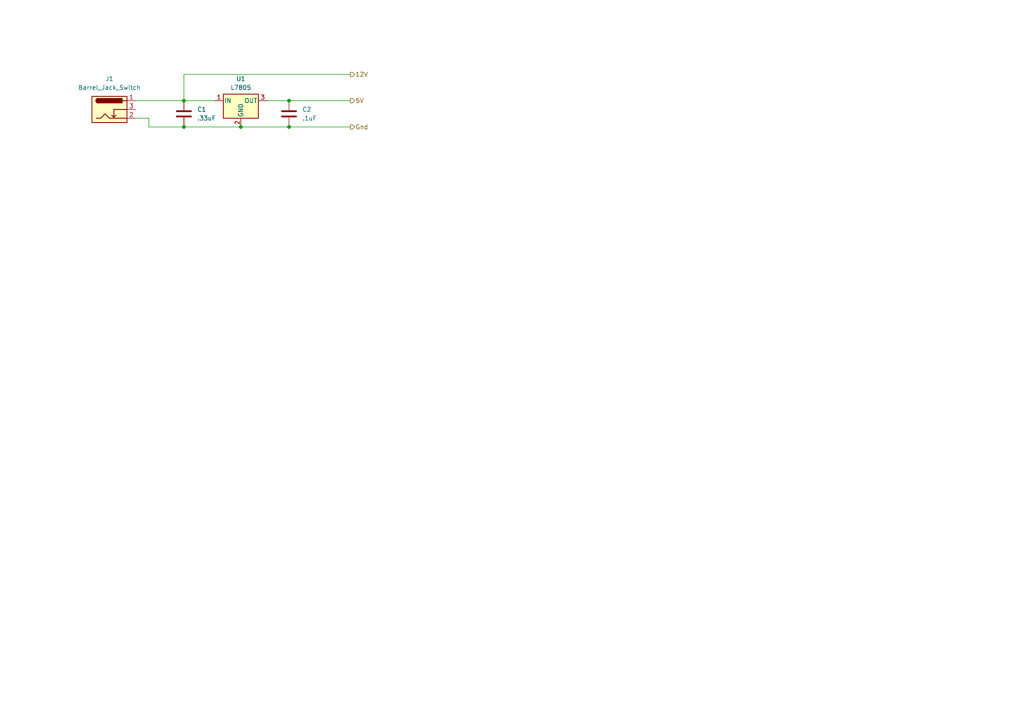
<source format=kicad_sch>
(kicad_sch (version 20250114) (generator "eeschema") (generator_version "9.0")
  (paper "A4")
  (lib_symbols
    (symbol "Connector:Barrel_Jack_Switch" (pin_names (hide yes))
      (property "Reference" "J" (at 0 5.334 0))
      (property "Value" "Barrel_Jack_Switch" (at 0 -5.08 0))
      (symbol "Barrel_Jack_Switch_0_1"
        (rectangle (start -5.08 3.81) (end 5.08 -3.81) (stroke (width 0.254)) (fill (type background)))
        (polyline (pts (xy -3.81 -2.54) (xy -2.54 -2.54) (xy -1.27 -1.27) (xy 0 -2.54) (xy 2.54 -2.54) (xy 5.08 -2.54)) (stroke (width 0.254)))
        (arc (start -3.302 1.905) (mid -3.9343 2.54) (end -3.302 3.175) (stroke (width 0.254)))
        (arc (start -3.302 1.905) (mid -3.9343 2.54) (end -3.302 3.175) (stroke (width 0.254)) (fill (type outline)))
        (polyline (pts (xy 1.27 -2.286) (xy 1.905 -1.651)) (stroke (width 0.254)))
        (rectangle (start 3.683 3.175) (end -3.302 1.905) (stroke (width 0.254)) (fill (type outline)))
        (polyline (pts (xy 5.08 2.54) (xy 3.81 2.54)) (stroke (width 0.254)))
        (polyline (pts (xy 5.08 0) (xy 1.27 0) (xy 1.27 -2.286) (xy 0.635 -1.651)) (stroke (width 0.254)))
      )
      (symbol "Barrel_Jack_Switch_1_1"
        (pin passive line (at 7.62 2.54 180) (length 2.54) (name "~") (number "1"))
        (pin passive line (at 7.62 0 180) (length 2.54) (name "~") (number "3"))
        (pin passive line (at 7.62 -2.54 180) (length 2.54) (name "~") (number "2"))
      )
    )
    (symbol "Device:C" (pin_numbers (hide yes)) (pin_names (offset 0.254))
      (property "Reference" "C" (at 0.635 2.54 0))
      (property "Value" "C" (at 0.635 -2.54 0))
      (symbol "C_0_1"
        (polyline (pts (xy -2.032 0.762) (xy 2.032 0.762)) (stroke (width 0.508)))
        (polyline (pts (xy -2.032 -0.762) (xy 2.032 -0.762)) (stroke (width 0.508)))
      )
      (symbol "C_1_1"
        (pin passive line (at 0 3.81 270) (length 2.794) (name "~") (number "1"))
        (pin passive line (at 0 -3.81 90) (length 2.794) (name "~") (number "2"))
      )
    )
    (symbol "Regulator_Linear:L7805" (pin_names (offset 0.254))
      (property "Reference" "U" (at -3.81 3.175 0))
      (property "Value" "L7805" (at 0 3.175 0))
      (symbol "L7805_0_1"
        (rectangle (start -5.08 1.905) (end 5.08 -5.08) (stroke (width 0.254)) (fill (type background)))
      )
      (symbol "L7805_1_1"
        (pin power_in line (at -7.62 0 0) (length 2.54) (name "IN") (number "1"))
        (pin power_in line (at 0 -7.62 90) (length 2.54) (name "GND") (number "2"))
        (pin power_out line (at 7.62 0 180) (length 2.54) (name "OUT") (number "3"))
      )
    )
  )
  (junction (at 69.85 36.83))
  (junction (at 83.82 29.21))
  (junction (at 83.82 36.83))
  (junction (at 53.34 29.21))
  (junction (at 53.34 36.83))
  (wire (pts (xy 53.34 21.59) (xy 53.34 29.21)))
  (wire (pts (xy 83.82 36.83) (xy 101.6 36.83)))
  (wire (pts (xy 43.18 36.83) (xy 53.34 36.83)))
  (wire (pts (xy 53.34 36.83) (xy 69.85 36.83)))
  (wire (pts (xy 53.34 29.21) (xy 62.23 29.21)))
  (wire (pts (xy 39.37 34.29) (xy 43.18 34.29)))
  (wire (pts (xy 101.6 21.59) (xy 53.34 21.59)))
  (wire (pts (xy 101.6 29.21) (xy 83.82 29.21)))
  (wire (pts (xy 39.37 29.21) (xy 53.34 29.21)))
  (wire (pts (xy 77.47 29.21) (xy 83.82 29.21)))
  (wire (pts (xy 69.85 36.83) (xy 83.82 36.83)))
  (wire (pts (xy 43.18 34.29) (xy 43.18 36.83)))
  (hierarchical_label "5V" (shape output) (at 101.6 29.21 0))
  (hierarchical_label "12V" (shape output) (at 101.6 21.59 0))
  (hierarchical_label "Gnd" (shape output) (at 101.6 36.83 0))
  (symbol (lib_id "Regulator_Linear:L7805") (at 69.85 29.21 0) (unit 1)
    (property "Reference" "U1" (at 69.85 22.86 0))
    (property "Value" "L7805" (at 69.85 25.4 0))
    (property "Footprint" "Package_TO_SOT_THT:TO-220-3_Vertical" (effects (hide yes)))
    (property "Datasheet" "http://www.st.com/content/ccc/resource/technical/document/datasheet/41/4f/b3/b0/12/d4/47/88/CD00000444.pdf/files/CD00000444.pdf/jcr:content/translations/en.CD00000444.pdf" (effects (hide yes)))
    (property "Description" "Positive 1.5A 35V Linear Regulator, Fixed Output 5V, TO-220/TO-263/TO-252" (effects (hide yes)))
  )
  (symbol (lib_id "Connector:Barrel_Jack_Switch") (at 31.75 31.75 0) (unit 1)
    (property "Reference" "J1" (at 31.75 22.86 0))
    (property "Value" "Barrel_Jack_Switch" (at 31.75 25.4 0))
    (property "Footprint" "Connector_BarrelJack:BarrelJack_Horizontal" (effects (hide yes)))
    (property "Description" "DC Barrel Jack with an internal switch" (effects (hide yes)))
  )
  (symbol (lib_id "Device:C") (at 53.34 33.02 0) (unit 1)
    (property "Reference" "C1" (at 57.15 31.7499 0) (effects (justify left)))
    (property "Value" ".33uF" (at 57.15 34.2899 0) (effects (justify left)))
    (property "Footprint" "Capacitor_THT:C_Disc_D5.0mm_W2.5mm_P5.00mm" (effects (hide yes)))
    (property "Description" "Unpolarized capacitor" (effects (hide yes)))
  )
  (symbol (lib_id "Device:C") (at 83.82 33.02 0) (unit 1)
    (property "Reference" "C2" (at 87.63 31.7499 0) (effects (justify left)))
    (property "Value" ".1uF" (at 87.63 34.2899 0) (effects (justify left)))
    (property "Footprint" "Capacitor_THT:C_Disc_D5.0mm_W2.5mm_P5.00mm" (effects (hide yes)))
    (property "Description" "Unpolarized capacitor" (effects (hide yes)))
  )
)
</source>
